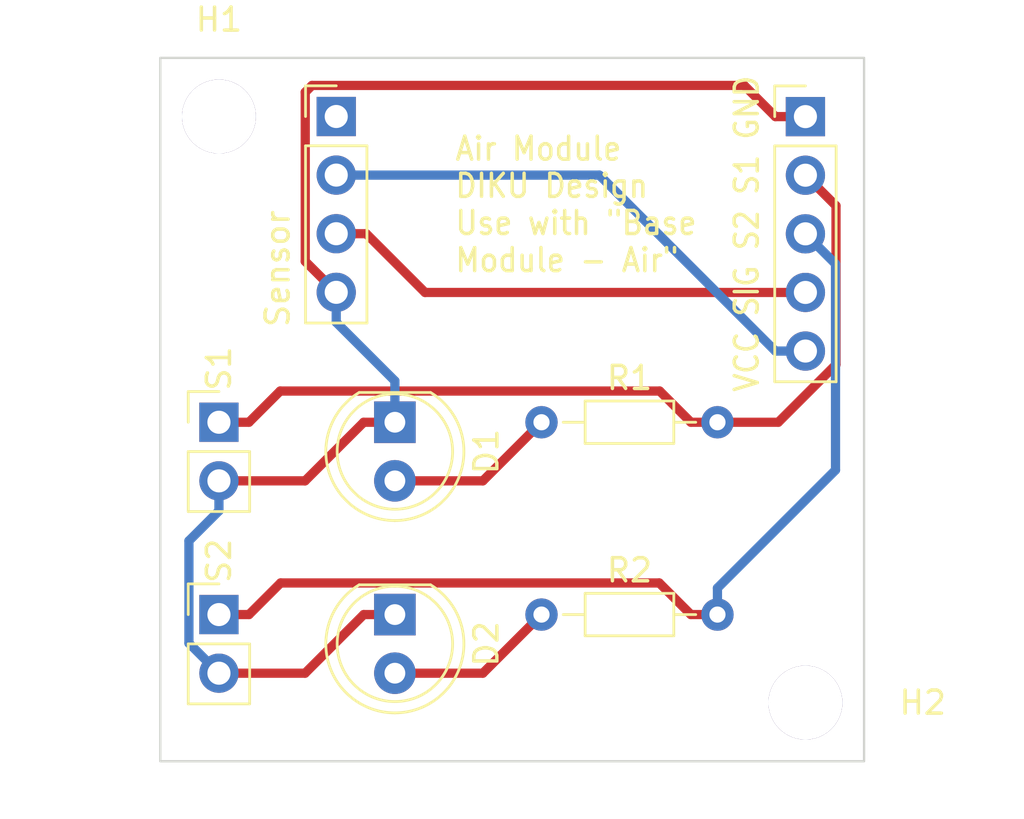
<source format=kicad_pcb>
(kicad_pcb (version 20211014) (generator pcbnew)
  (layers (0 "F.Cu" signal) (31 "B.Cu" signal) (34 "B.Paste" user) (35 "F.Paste" user) (36 "B.SilkS" user "B.Silkscreen") (37 "F.SilkS" user "F.Silkscreen") (38 "B.Mask" user) (39 "F.Mask" user) (44 "Edge.Cuts" user))
  (net 0 "")
  (net 1 "Net-(D1-Pad1)")
  (net 2 "Net-(J1-Pad1)")
  (net 3 "Net-(D2-Pad2)")
  (net 5 "Net-(J3-Pad2)")
  (net 6 "Net-(J3-Pad3)")
  (net 7 "Net-(D1-Pad2)")
  (net 8 "Net-(J2-Pad1)")
  (footprint "MountingHole:MountingHole_3.2mm_M3" (layer "F.Cu") (at 190.5 106.68)
    (fp_text reference "H2" (at 5.08 0) (layer "F.SilkS"))
    (fp_text value "MountingHole_3.2mm_M3")
    (pad "" thru_hole circle (at 0 0) (size 3.2 3.2) (drill 3.2) (layers *.Cu *.Mask))
  )
  (footprint "LED_THT:LED_D5.0mm" (layer "F.Cu") (at 172.72 102.865 -90)
    (fp_text reference "D2" (at 1.27 -3.96 -90) (layer "F.SilkS"))
    (fp_text value "LED")
    (fp_line (start -1.29 -1.545) (end -1.29 1.545) (layer "F.SilkS") (width 0.12))
    (fp_arc (start -1.29 -1.54483) (mid 2.072002 -2.880433) (end 4.26 0.000462) (layer "F.SilkS") (width 0.12))
    (fp_arc (start 4.26 -0.000462) (mid 2.072002 2.880433) (end -1.29 1.54483) (layer "F.SilkS") (width 0.12))
    (fp_circle (center 1.27 0) (end 3.77 0) (layer "F.SilkS") (width 0.12) (fill none))
    (pad "1" thru_hole rect (at 0 0 270) (size 1.8 1.8) (drill 0.9) (layers *.Cu *.Mask) (net 1 "Net-(D1-Pad1)"))
    (pad "2" thru_hole circle (at 2.54 0 270) (size 1.8 1.8) (drill 0.9) (layers *.Cu *.Mask) (net 3 "Net-(D2-Pad2)"))
  )
  (footprint "Connector_PinHeader_2.54mm:PinHeader_1x05_P2.54mm_Vertical" (layer "F.Cu") (at 190.5 81.285)
    (fp_text reference "J4" hide)
    (fp_text value "Conn_01x05")
    (fp_line (start 1.33 1.27) (end 1.33 11.49) (layer "F.SilkS") (width 0.12))
    (fp_line (start -1.33 1.27) (end 1.33 1.27) (layer "F.SilkS") (width 0.12))
    (fp_line (start -1.33 0) (end -1.33 -1.33) (layer "F.SilkS") (width 0.12))
    (fp_line (start -1.33 11.49) (end 1.33 11.49) (layer "F.SilkS") (width 0.12))
    (fp_line (start -1.33 1.27) (end -1.33 11.49) (layer "F.SilkS") (width 0.12))
    (fp_line (start -1.33 -1.33) (end 0 -1.33) (layer "F.SilkS") (width 0.12))
    (pad "1" thru_hole rect (at 0 0) (size 1.7 1.7) (drill 1) (layers *.Cu *.Mask) (net 1 "Net-(D1-Pad1)"))
    (pad "2" thru_hole oval (at 0 2.54) (size 1.7 1.7) (drill 1) (layers *.Cu *.Mask) (net 2 "Net-(J1-Pad1)"))
    (pad "3" thru_hole oval (at 0 5.08) (size 1.7 1.7) (drill 1) (layers *.Cu *.Mask) (net 8 "Net-(J2-Pad1)"))
    (pad "4" thru_hole oval (at 0 7.62) (size 1.7 1.7) (drill 1) (layers *.Cu *.Mask) (net 6 "Net-(J3-Pad3)"))
    (pad "5" thru_hole oval (at 0 10.16) (size 1.7 1.7) (drill 1) (layers *.Cu *.Mask) (net 5 "Net-(J3-Pad2)"))
  )
  (footprint "LED_THT:LED_D5.0mm" (layer "F.Cu") (at 172.72 94.53 -90)
    (fp_text reference "D1" (at 1.27 -3.96 -90) (layer "F.SilkS"))
    (fp_text value "LED")
    (fp_line (start -1.29 -1.545) (end -1.29 1.545) (layer "F.SilkS") (width 0.12))
    (fp_arc (start -1.29 -1.54483) (mid 2.072002 -2.880433) (end 4.26 0.000462) (layer "F.SilkS") (width 0.12))
    (fp_arc (start 4.26 -0.000462) (mid 2.072002 2.880433) (end -1.29 1.54483) (layer "F.SilkS") (width 0.12))
    (fp_circle (center 1.27 0) (end 3.77 0) (layer "F.SilkS") (width 0.12) (fill none))
    (pad "1" thru_hole rect (at 0 0 270) (size 1.8 1.8) (drill 0.9) (layers *.Cu *.Mask) (net 1 "Net-(D1-Pad1)"))
    (pad "2" thru_hole circle (at 2.54 0 270) (size 1.8 1.8) (drill 0.9) (layers *.Cu *.Mask) (net 7 "Net-(D1-Pad2)"))
  )
  (footprint "MountingHole:MountingHole_3.2mm_M3" (layer "F.Cu") (at 165.1 81.28)
    (fp_text reference "H1" (at 0 -4.2) (layer "F.SilkS"))
    (fp_text value "MountingHole_3.2mm_M3")
    (pad "" thru_hole circle (at 0 0) (size 3.2 3.2) (drill 3.2) (layers *.Cu *.Mask))
  )
  (footprint "Connector_PinHeader_2.54mm:PinHeader_1x04_P2.54mm_Vertical" (layer "F.Cu") (at 170.18 81.28)
    (fp_text reference "Sensor" (at -2.54 3.97 90) (layer "F.SilkS") (effects (justify right)))
    (fp_text value "Conn_01x04")
    (fp_line (start 1.33 1.27) (end 1.33 8.95) (layer "F.SilkS") (width 0.12))
    (fp_line (start -1.33 8.95) (end 1.33 8.95) (layer "F.SilkS") (width 0.12))
    (fp_line (start -1.33 1.27) (end -1.33 8.95) (layer "F.SilkS") (width 0.12))
    (fp_line (start -1.33 1.27) (end 1.33 1.27) (layer "F.SilkS") (width 0.12))
    (fp_line (start -1.33 -1.33) (end 0 -1.33) (layer "F.SilkS") (width 0.12))
    (fp_line (start -1.33 0) (end -1.33 -1.33) (layer "F.SilkS") (width 0.12))
    (pad "1" thru_hole rect (at 0 0) (size 1.7 1.7) (drill 1) (layers *.Cu *.Mask))
    (pad "2" thru_hole oval (at 0 2.54) (size 1.7 1.7) (drill 1) (layers *.Cu *.Mask) (net 5 "Net-(J3-Pad2)"))
    (pad "3" thru_hole oval (at 0 5.08) (size 1.7 1.7) (drill 1) (layers *.Cu *.Mask) (net 6 "Net-(J3-Pad3)"))
    (pad "4" thru_hole oval (at 0 7.62) (size 1.7 1.7) (drill 1) (layers *.Cu *.Mask) (net 1 "Net-(D1-Pad1)"))
  )
  (footprint "Connector_PinHeader_2.54mm:PinHeader_1x02_P2.54mm_Vertical" (layer "F.Cu") (at 165.1 94.53)
    (fp_text reference "S1" (at 0 -2.33 90) (layer "F.SilkS"))
    (fp_text value "Conn_01x02")
    (fp_line (start -1.33 1.27) (end -1.33 3.87) (layer "F.SilkS") (width 0.12))
    (fp_line (start 1.33 1.27) (end 1.33 3.87) (layer "F.SilkS") (width 0.12))
    (fp_line (start -1.33 3.87) (end 1.33 3.87) (layer "F.SilkS") (width 0.12))
    (fp_line (start -1.33 1.27) (end 1.33 1.27) (layer "F.SilkS") (width 0.12))
    (fp_line (start -1.33 -1.33) (end 0 -1.33) (layer "F.SilkS") (width 0.12))
    (fp_line (start -1.33 0) (end -1.33 -1.33) (layer "F.SilkS") (width 0.12))
    (pad "1" thru_hole rect (at 0 0) (size 1.7 1.7) (drill 1) (layers *.Cu *.Mask) (net 2 "Net-(J1-Pad1)"))
    (pad "2" thru_hole oval (at 0 2.54) (size 1.7 1.7) (drill 1) (layers *.Cu *.Mask) (net 1 "Net-(D1-Pad1)"))
  )
  (footprint "Resistor_THT:R_Axial_DIN0204_L3.6mm_D1.6mm_P7.62mm_Horizontal" (layer "F.Cu") (at 179.07 102.865)
    (fp_text reference "R2" (at 3.81 -1.92) (layer "F.SilkS"))
    (fp_text value "R")
    (fp_line (start 5.73 0.92) (end 5.73 -0.92) (layer "F.SilkS") (width 0.12))
    (fp_line (start 1.89 -0.92) (end 1.89 0.92) (layer "F.SilkS") (width 0.12))
    (fp_line (start 5.73 -0.92) (end 1.89 -0.92) (layer "F.SilkS") (width 0.12))
    (fp_line (start 0.94 0) (end 1.89 0) (layer "F.SilkS") (width 0.12))
    (fp_line (start 6.68 0) (end 5.73 0) (layer "F.SilkS") (width 0.12))
    (fp_line (start 1.89 0.92) (end 5.73 0.92) (layer "F.SilkS") (width 0.12))
    (pad "1" thru_hole circle (at 0 0) (size 1.4 1.4) (drill 0.7) (layers *.Cu *.Mask) (net 3 "Net-(D2-Pad2)"))
    (pad "2" thru_hole oval (at 7.62 0) (size 1.4 1.4) (drill 0.7) (layers *.Cu *.Mask) (net 8 "Net-(J2-Pad1)"))
  )
  (footprint "Connector_PinHeader_2.54mm:PinHeader_1x02_P2.54mm_Vertical" (layer "F.Cu") (at 165.1 102.865)
    (fp_text reference "S2" (at 0 -2.33 90) (layer "F.SilkS"))
    (fp_text value "Conn_01x02")
    (fp_line (start 1.33 1.27) (end 1.33 3.87) (layer "F.SilkS") (width 0.12))
    (fp_line (start -1.33 0) (end -1.33 -1.33) (layer "F.SilkS") (width 0.12))
    (fp_line (start -1.33 -1.33) (end 0 -1.33) (layer "F.SilkS") (width 0.12))
    (fp_line (start -1.33 3.87) (end 1.33 3.87) (layer "F.SilkS") (width 0.12))
    (fp_line (start -1.33 1.27) (end 1.33 1.27) (layer "F.SilkS") (width 0.12))
    (fp_line (start -1.33 1.27) (end -1.33 3.87) (layer "F.SilkS") (width 0.12))
    (pad "1" thru_hole rect (at 0 0) (size 1.7 1.7) (drill 1) (layers *.Cu *.Mask) (net 8 "Net-(J2-Pad1)"))
    (pad "2" thru_hole oval (at 0 2.54) (size 1.7 1.7) (drill 1) (layers *.Cu *.Mask) (net 1 "Net-(D1-Pad1)"))
  )
  (footprint "Resistor_THT:R_Axial_DIN0204_L3.6mm_D1.6mm_P7.62mm_Horizontal" (layer "F.Cu") (at 179.07 94.53)
    (fp_text reference "R1" (at 3.81 -1.92) (layer "F.SilkS"))
    (fp_text value "R")
    (fp_line (start 1.89 -0.92) (end 1.89 0.92) (layer "F.SilkS") (width 0.12))
    (fp_line (start 6.68 0) (end 5.73 0) (layer "F.SilkS") (width 0.12))
    (fp_line (start 5.73 -0.92) (end 1.89 -0.92) (layer "F.SilkS") (width 0.12))
    (fp_line (start 5.73 0.92) (end 5.73 -0.92) (layer "F.SilkS") (width 0.12))
    (fp_line (start 1.89 0.92) (end 5.73 0.92) (layer "F.SilkS") (width 0.12))
    (fp_line (start 0.94 0) (end 1.89 0) (layer "F.SilkS") (width 0.12))
    (pad "1" thru_hole circle (at 0 0) (size 1.4 1.4) (drill 0.7) (layers *.Cu *.Mask) (net 7 "Net-(D1-Pad2)"))
    (pad "2" thru_hole oval (at 7.62 0) (size 1.4 1.4) (drill 0.7) (layers *.Cu *.Mask) (net 2 "Net-(J1-Pad1)"))
  )
  (gr_rect (start 162.56 78.74) (end 193.04 109.22) (layer "Edge.Cuts") (width 0.1) (fill none))
  (gr_text "VCC SIG S2 S1 GND" (at 187.96 86.36 90) (layer "F.SilkS") (effects (font (size 1 0.9))))
  (gr_text "Air Module\nDIKU Design\nUse with {dblquote}Base \nModule - Air{dblquote}\n" (at 175.26 85.09) (layer "F.SilkS") (effects (font (size 1 0.9)) (justify left)))
  (segment (start 169.1299 79.9341) (end 168.838 80.226) (width 0.4) (layer "F.Cu") (net 1))
  (segment (start 168.8299 97.07) (end 171.3699 94.53) (width 0.4) (layer "F.Cu") (net 1))
  (segment (start 187.849 79.9341) (end 169.1299 79.9341) (width 0.4) (layer "F.Cu") (net 1))
  (segment (start 172.72 102.865) (end 171.3699 102.865) (width 0.4) (layer "F.Cu") (net 1))
  (segment (start 168.8299 105.405) (end 171.3699 102.865) (width 0.4) (layer "F.Cu") (net 1))
  (segment (start 172.72 94.53) (end 171.3699 94.53) (width 0.4) (layer "F.Cu") (net 1))
  (segment (start 165.1 97.07) (end 168.8299 97.07) (width 0.4) (layer "F.Cu") (net 1))
  (segment (start 168.838 87.558) (end 170.18 88.9) (width 0.4) (layer "F.Cu") (net 1))
  (segment (start 165.1 105.405) (end 168.8299 105.405) (width 0.4) (layer "F.Cu") (net 1))
  (segment (start 190.5 81.285) (end 189.1999 81.285) (width 0.4) (layer "F.Cu") (net 1))
  (segment (start 168.838 80.226) (end 168.838 87.558) (width 0.4) (layer "F.Cu") (net 1))
  (segment (start 189.1999 81.285) (end 187.849 79.9341) (width 0.4) (layer "F.Cu") (net 1))
  (segment (start 165.1 97.07) (end 165.1 98.3701) (width 0.4) (layer "B.Cu") (net 1))
  (segment (start 172.72 92.7401) (end 172.72 94.53) (width 0.4) (layer "B.Cu") (net 1))
  (segment (start 170.18 90.2001) (end 172.72 92.7401) (width 0.4) (layer "B.Cu") (net 1))
  (segment (start 165.1 98.3701) (end 163.7998 99.6703) (width 0.4) (layer "B.Cu") (net 1))
  (segment (start 163.7998 99.6703) (end 163.7998 104.1048) (width 0.4) (layer "B.Cu") (net 1))
  (segment (start 163.7998 104.1048) (end 165.1 105.405) (width 0.4) (layer "B.Cu") (net 1))
  (segment (start 170.18 88.9) (end 170.18 90.2001) (width 0.4) (layer "B.Cu") (net 1))
  (segment (start 186.115 94.53) (end 186.69 94.53) (width 0.4) (layer "F.Cu") (net 2))
  (segment (start 167.7522 93.1779) (end 184.1878 93.1779) (width 0.4) (layer "F.Cu") (net 2))
  (segment (start 165.1 94.53) (end 166.4001 94.53) (width 0.4) (layer "F.Cu") (net 2))
  (segment (start 186.69 94.53) (end 189.3245 94.53) (width 0.4) (layer "F.Cu") (net 2))
  (segment (start 191.8249 92.0296) (end 191.8249 85.1499) (width 0.4) (layer "F.Cu") (net 2))
  (segment (start 186.115 94.53) (end 185.5399 94.53) (width 0.4) (layer "F.Cu") (net 2))
  (segment (start 191.8249 85.1499) (end 190.5 83.825) (width 0.4) (layer "F.Cu") (net 2))
  (segment (start 166.4001 94.53) (end 167.7522 93.1779) (width 0.4) (layer "F.Cu") (net 2))
  (segment (start 184.1878 93.1779) (end 185.5399 94.53) (width 0.4) (layer "F.Cu") (net 2))
  (segment (start 189.3245 94.53) (end 191.8249 92.0296) (width 0.4) (layer "F.Cu") (net 2))
  (segment (start 176.53 105.405) (end 172.72 105.405) (width 0.4) (layer "F.Cu") (net 3))
  (segment (start 179.07 102.865) (end 176.53 105.405) (width 0.4) (layer "F.Cu") (net 3))
  (segment (start 181.5749 83.82) (end 189.1999 91.445) (width 0.4) (layer "B.Cu") (net 5))
  (segment (start 170.18 83.82) (end 181.5749 83.82) (width 0.4) (layer "B.Cu") (net 5))
  (segment (start 190.5 91.445) (end 189.1999 91.445) (width 0.4) (layer "B.Cu") (net 5))
  (segment (start 171.4801 86.36) (end 174.0251 88.905) (width 0.4) (layer "F.Cu") (net 6))
  (segment (start 170.18 86.36) (end 171.4801 86.36) (width 0.4) (layer "F.Cu") (net 6))
  (segment (start 174.0251 88.905) (end 190.5 88.905) (width 0.4) (layer "F.Cu") (net 6))
  (segment (start 179.07 94.53) (end 176.53 97.07) (width 0.4) (layer "F.Cu") (net 7))
  (segment (start 176.53 97.07) (end 172.72 97.07) (width 0.4) (layer "F.Cu") (net 7))
  (segment (start 184.1689 101.494) (end 185.5399 102.865) (width 0.4) (layer "F.Cu") (net 8))
  (segment (start 165.1 102.865) (end 166.4001 102.865) (width 0.4) (layer "F.Cu") (net 8))
  (segment (start 166.4001 102.865) (end 167.7711 101.494) (width 0.4) (layer "F.Cu") (net 8))
  (segment (start 167.7711 101.494) (end 184.1689 101.494) (width 0.4) (layer "F.Cu") (net 8))
  (segment (start 186.69 102.865) (end 185.5399 102.865) (width 0.4) (layer "F.Cu") (net 8))
  (segment (start 191.803 96.6019) (end 191.803 87.668) (width 0.4) (layer "B.Cu") (net 8))
  (segment (start 191.803 87.668) (end 190.5 86.365) (width 0.4) (layer "B.Cu") (net 8))
  (segment (start 186.69 101.7149) (end 191.803 96.6019) (width 0.4) (layer "B.Cu") (net 8))
  (segment (start 186.69 102.865) (end 186.69 101.7149) (width 0.4) (layer "B.Cu") (net 8))
)
</source>
